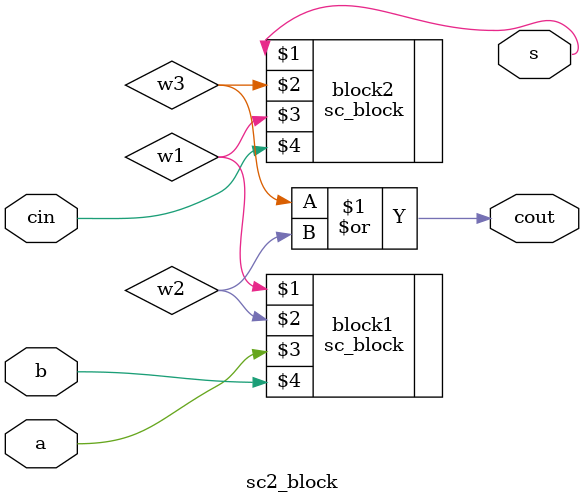
<source format=v>

module sc2_block(s, cout, a, b, cin);
  output s, cout;
  input a, b, cin;
  wire w1, w2, w3;

  sc_block block1(w1, w2, a, b);
  sc_block block2(s, w3, w1, cin);
  or o1(cout, w3, w2);
endmodule // sc2_block

</source>
